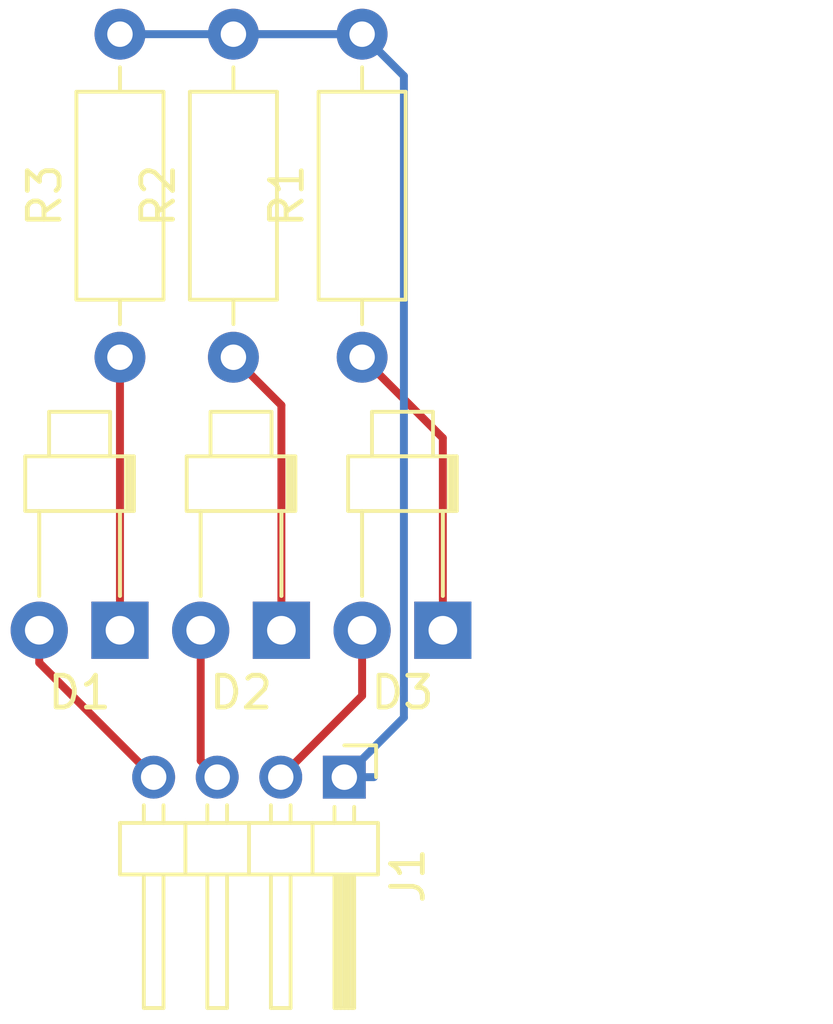
<source format=kicad_pcb>
(kicad_pcb (version 20221018) (generator pcbnew)
  (layers (0 "F.Cu" signal) (31 "B.Cu" signal) (34 "B.Paste" user) (35 "F.Paste" user) (36 "B.SilkS" user "B.Silkscreen") (37 "F.SilkS" user "F.Silkscreen") (38 "B.Mask" user) (39 "F.Mask" user) (44 "Edge.Cuts" user))
  (net 0 "")
  (net 1 "Net-(D1-K)")
  (net 2 "Net-(D1-A)")
  (net 3 "Net-(D2-K)")
  (net 4 "Net-(D2-A)")
  (net 5 "Net-(D3-K)")
  (net 6 "Net-(D3-A)")
  (net 7 "Net-(J1-Pin_1)")
  (footprint "Resistor_THT:R_Axial_DIN0207_L6.3mm_D2.5mm_P10.16mm_Horizontal" (layer "F.Cu") (at 73.66 77.775 90)
    (fp_text reference "R3" (at 5.08 -2.37 90) (layer "F.SilkS"))
    (fp_text value "R")
    (fp_line (start 1.04 0) (end 1.81 0) (stroke (width 0.12)) (layer "F.SilkS"))
    (fp_line (start 1.81 -1.37) (end 1.81 1.37) (stroke (width 0.12)) (layer "F.SilkS"))
    (fp_line (start 1.81 1.37) (end 8.35 1.37) (stroke (width 0.12)) (layer "F.SilkS"))
    (fp_line (start 8.35 -1.37) (end 1.81 -1.37) (stroke (width 0.12)) (layer "F.SilkS"))
    (fp_line (start 8.35 1.37) (end 8.35 -1.37) (stroke (width 0.12)) (layer "F.SilkS"))
    (fp_line (start 9.12 0) (end 8.35 0) (stroke (width 0.12)) (layer "F.SilkS"))
    (pad "1" thru_hole circle (at 0 0 90) (size 1.6 1.6) (drill 0.8) (layers "*.Cu" "*.Mask") (net 1 "Net-(D1-K)"))
    (pad "2" thru_hole oval (at 10.16 0 90) (size 1.6 1.6) (drill 0.8) (layers "*.Cu" "*.Mask") (net 7 "Net-(J1-Pin_1)"))
  )
  (footprint "Connector_PinHeader_2.00mm:PinHeader_1x04_P2.00mm_Horizontal" (layer "F.Cu") (at 80.72 90.98 -90)
    (fp_text reference "J1" (at 3.1 -2 90) (layer "F.SilkS"))
    (fp_text value "Conn_01x04")
    (fp_line (start -1 -1) (end 0 -1) (stroke (width 0.12)) (layer "F.SilkS"))
    (fp_line (start -1 0) (end -1 -1) (stroke (width 0.12)) (layer "F.SilkS"))
    (fp_line (start 0.882114 1.69) (end 1.44 1.69) (stroke (width 0.12)) (layer "F.SilkS"))
    (fp_line (start 0.882114 2.31) (end 1.44 2.31) (stroke (width 0.12)) (layer "F.SilkS"))
    (fp_line (start 0.882114 3.69) (end 1.44 3.69) (stroke (width 0.12)) (layer "F.SilkS"))
    (fp_line (start 0.882114 4.31) (end 1.44 4.31) (stroke (width 0.12)) (layer "F.SilkS"))
    (fp_line (start 0.882114 5.69) (end 1.44 5.69) (stroke (width 0.12)) (layer "F.SilkS"))
    (fp_line (start 0.882114 6.31) (end 1.44 6.31) (stroke (width 0.12)) (layer "F.SilkS"))
    (fp_line (start 0.935 -0.31) (end 1.44 -0.31) (stroke (width 0.12)) (layer "F.SilkS"))
    (fp_line (start 0.935 0.31) (end 1.44 0.31) (stroke (width 0.12)) (layer "F.SilkS"))
    (fp_line (start 1.44 -1.06) (end 1.44 7.06) (stroke (width 0.12)) (layer "F.SilkS"))
    (fp_line (start 1.44 1) (end 3.06 1) (stroke (width 0.12)) (layer "F.SilkS"))
    (fp_line (start 1.44 3) (end 3.06 3) (stroke (width 0.12)) (layer "F.SilkS"))
    (fp_line (start 1.44 5) (end 3.06 5) (stroke (width 0.12)) (layer "F.SilkS"))
    (fp_line (start 1.44 7.06) (end 3.06 7.06) (stroke (width 0.12)) (layer "F.SilkS"))
    (fp_line (start 3.06 -1.06) (end 1.44 -1.06) (stroke (width 0.12)) (layer "F.SilkS"))
    (fp_line (start 3.06 -0.31) (end 7.26 -0.31) (stroke (width 0.12)) (layer "F.SilkS"))
    (fp_line (start 3.06 -0.25) (end 7.26 -0.25) (stroke (width 0.12)) (layer "F.SilkS"))
    (fp_line (start 3.06 -0.13) (end 7.26 -0.13) (stroke (width 0.12)) (layer "F.SilkS"))
    (fp_line (start 3.06 -0.01) (end 7.26 -0.01) (stroke (width 0.12)) (layer "F.SilkS"))
    (fp_line (start 3.06 0.11) (end 7.26 0.11) (stroke (width 0.12)) (layer "F.SilkS"))
    (fp_line (start 3.06 0.23) (end 7.26 0.23) (stroke (width 0.12)) (layer "F.SilkS"))
    (fp_line (start 3.06 1.69) (end 7.26 1.69) (stroke (width 0.12)) (layer "F.SilkS"))
    (fp_line (start 3.06 3.69) (end 7.26 3.69) (stroke (width 0.12)) (layer "F.SilkS"))
    (fp_line (start 3.06 5.69) (end 7.26 5.69) (stroke (width 0.12)) (layer "F.SilkS"))
    (fp_line (start 3.06 7.06) (end 3.06 -1.06) (stroke (width 0.12)) (layer "F.SilkS"))
    (fp_line (start 7.26 -0.31) (end 7.26 0.31) (stroke (width 0.12)) (layer "F.SilkS"))
    (fp_line (start 7.26 0.31) (end 3.06 0.31) (stroke (width 0.12)) (layer "F.SilkS"))
    (fp_line (start 7.26 1.69) (end 7.26 2.31) (stroke (width 0.12)) (layer "F.SilkS"))
    (fp_line (start 7.26 2.31) (end 3.06 2.31) (stroke (width 0.12)) (layer "F.SilkS"))
    (fp_line (start 7.26 3.69) (end 7.26 4.31) (stroke (width 0.12)) (layer "F.SilkS"))
    (fp_line (start 7.26 4.31) (end 3.06 4.31) (stroke (width 0.12)) (layer "F.SilkS"))
    (fp_line (start 7.26 5.69) (end 7.26 6.31) (stroke (width 0.12)) (layer "F.SilkS"))
    (fp_line (start 7.26 6.31) (end 3.06 6.31) (stroke (width 0.12)) (layer "F.SilkS"))
    (pad "1" thru_hole rect (at 0 0 270) (size 1.35 1.35) (drill 0.8) (layers "*.Cu" "*.Mask") (net 7 "Net-(J1-Pin_1)"))
    (pad "2" thru_hole oval (at 0 2 270) (size 1.35 1.35) (drill 0.8) (layers "*.Cu" "*.Mask") (net 6 "Net-(D3-A)"))
    (pad "3" thru_hole oval (at 0 4 270) (size 1.35 1.35) (drill 0.8) (layers "*.Cu" "*.Mask") (net 4 "Net-(D2-A)"))
    (pad "4" thru_hole oval (at 0 6 270) (size 1.35 1.35) (drill 0.8) (layers "*.Cu" "*.Mask") (net 2 "Net-(D1-A)"))
  )
  (footprint "LED_THT:LED_D1.8mm_W1.8mm_H2.4mm_Horizontal_O3.81mm_Z1.6mm" (layer "F.Cu") (at 78.74 86.36 180)
    (fp_text reference "D2" (at 1.27 -1.96) (layer "F.SilkS"))
    (fp_text value "LED")
    (fp_line (start -0.44 3.75) (end -0.44 5.47) (stroke (width 0.12)) (layer "F.SilkS"))
    (fp_line (start -0.44 5.47) (end 2.98 5.47) (stroke (width 0.12)) (layer "F.SilkS"))
    (fp_line (start -0.32 3.75) (end -0.32 5.47) (stroke (width 0.12)) (layer "F.SilkS"))
    (fp_line (start -0.2 3.75) (end -0.2 5.47) (stroke (width 0.12)) (layer "F.SilkS"))
    (fp_line (start 0 1.08) (end 0 1.08) (stroke (width 0.12)) (layer "F.SilkS"))
    (fp_line (start 0 1.08) (end 0 3.75) (stroke (width 0.12)) (layer "F.SilkS"))
    (fp_line (start 0 3.75) (end 0 1.08) (stroke (width 0.12)) (layer "F.SilkS"))
    (fp_line (start 0 3.75) (end 0 3.75) (stroke (width 0.12)) (layer "F.SilkS"))
    (fp_line (start 0.31 5.47) (end 0.31 6.87) (stroke (width 0.12)) (layer "F.SilkS"))
    (fp_line (start 0.31 6.87) (end 2.23 6.87) (stroke (width 0.12)) (layer "F.SilkS"))
    (fp_line (start 2.23 5.47) (end 0.31 5.47) (stroke (width 0.12)) (layer "F.SilkS"))
    (fp_line (start 2.23 6.87) (end 2.23 5.47) (stroke (width 0.12)) (layer "F.SilkS"))
    (fp_line (start 2.54 1.08) (end 2.54 1.08) (stroke (width 0.12)) (layer "F.SilkS"))
    (fp_line (start 2.54 1.08) (end 2.54 3.75) (stroke (width 0.12)) (layer "F.SilkS"))
    (fp_line (start 2.54 3.75) (end 2.54 1.08) (stroke (width 0.12)) (layer "F.SilkS"))
    (fp_line (start 2.54 3.75) (end 2.54 3.75) (stroke (width 0.12)) (layer "F.SilkS"))
    (fp_line (start 2.98 3.75) (end -0.44 3.75) (stroke (width 0.12)) (layer "F.SilkS"))
    (fp_line (start 2.98 5.47) (end 2.98 3.75) (stroke (width 0.12)) (layer "F.SilkS"))
    (pad "1" thru_hole rect (at 0 0 180) (size 1.8 1.8) (drill 0.9) (layers "*.Cu" "*.Mask") (net 3 "Net-(D2-K)"))
    (pad "2" thru_hole circle (at 2.54 0 180) (size 1.8 1.8) (drill 0.9) (layers "*.Cu" "*.Mask") (net 4 "Net-(D2-A)"))
  )
  (footprint "LED_THT:LED_D1.8mm_W1.8mm_H2.4mm_Horizontal_O3.81mm_Z1.6mm" (layer "F.Cu") (at 83.82 86.36 180)
    (fp_text reference "D3" (at 1.27 -1.96) (layer "F.SilkS"))
    (fp_text value "LED")
    (fp_line (start -0.44 3.75) (end -0.44 5.47) (stroke (width 0.12)) (layer "F.SilkS"))
    (fp_line (start -0.44 5.47) (end 2.98 5.47) (stroke (width 0.12)) (layer "F.SilkS"))
    (fp_line (start -0.32 3.75) (end -0.32 5.47) (stroke (width 0.12)) (layer "F.SilkS"))
    (fp_line (start -0.2 3.75) (end -0.2 5.47) (stroke (width 0.12)) (layer "F.SilkS"))
    (fp_line (start 0 1.08) (end 0 1.08) (stroke (width 0.12)) (layer "F.SilkS"))
    (fp_line (start 0 1.08) (end 0 3.75) (stroke (width 0.12)) (layer "F.SilkS"))
    (fp_line (start 0 3.75) (end 0 1.08) (stroke (width 0.12)) (layer "F.SilkS"))
    (fp_line (start 0 3.75) (end 0 3.75) (stroke (width 0.12)) (layer "F.SilkS"))
    (fp_line (start 0.31 5.47) (end 0.31 6.87) (stroke (width 0.12)) (layer "F.SilkS"))
    (fp_line (start 0.31 6.87) (end 2.23 6.87) (stroke (width 0.12)) (layer "F.SilkS"))
    (fp_line (start 2.23 5.47) (end 0.31 5.47) (stroke (width 0.12)) (layer "F.SilkS"))
    (fp_line (start 2.23 6.87) (end 2.23 5.47) (stroke (width 0.12)) (layer "F.SilkS"))
    (fp_line (start 2.54 1.08) (end 2.54 1.08) (stroke (width 0.12)) (layer "F.SilkS"))
    (fp_line (start 2.54 1.08) (end 2.54 3.75) (stroke (width 0.12)) (layer "F.SilkS"))
    (fp_line (start 2.54 3.75) (end 2.54 1.08) (stroke (width 0.12)) (layer "F.SilkS"))
    (fp_line (start 2.54 3.75) (end 2.54 3.75) (stroke (width 0.12)) (layer "F.SilkS"))
    (fp_line (start 2.98 3.75) (end -0.44 3.75) (stroke (width 0.12)) (layer "F.SilkS"))
    (fp_line (start 2.98 5.47) (end 2.98 3.75) (stroke (width 0.12)) (layer "F.SilkS"))
    (pad "1" thru_hole rect (at 0 0 180) (size 1.8 1.8) (drill 0.9) (layers "*.Cu" "*.Mask") (net 5 "Net-(D3-K)"))
    (pad "2" thru_hole circle (at 2.54 0 180) (size 1.8 1.8) (drill 0.9) (layers "*.Cu" "*.Mask") (net 6 "Net-(D3-A)"))
  )
  (footprint "Resistor_THT:R_Axial_DIN0207_L6.3mm_D2.5mm_P10.16mm_Horizontal" (layer "F.Cu") (at 77.23 77.775 90)
    (fp_text reference "R2" (at 5.08 -2.37 90) (layer "F.SilkS"))
    (fp_text value "R")
    (fp_line (start 1.04 0) (end 1.81 0) (stroke (width 0.12)) (layer "F.SilkS"))
    (fp_line (start 1.81 -1.37) (end 1.81 1.37) (stroke (width 0.12)) (layer "F.SilkS"))
    (fp_line (start 1.81 1.37) (end 8.35 1.37) (stroke (width 0.12)) (layer "F.SilkS"))
    (fp_line (start 8.35 -1.37) (end 1.81 -1.37) (stroke (width 0.12)) (layer "F.SilkS"))
    (fp_line (start 8.35 1.37) (end 8.35 -1.37) (stroke (width 0.12)) (layer "F.SilkS"))
    (fp_line (start 9.12 0) (end 8.35 0) (stroke (width 0.12)) (layer "F.SilkS"))
    (pad "1" thru_hole circle (at 0 0 90) (size 1.6 1.6) (drill 0.8) (layers "*.Cu" "*.Mask") (net 3 "Net-(D2-K)"))
    (pad "2" thru_hole oval (at 10.16 0 90) (size 1.6 1.6) (drill 0.8) (layers "*.Cu" "*.Mask") (net 7 "Net-(J1-Pin_1)"))
  )
  (footprint "LED_THT:LED_D1.8mm_W1.8mm_H2.4mm_Horizontal_O3.81mm_Z1.6mm" (layer "F.Cu") (at 73.66 86.36 180)
    (fp_text reference "D1" (at 1.27 -1.96) (layer "F.SilkS"))
    (fp_text value "LED")
    (fp_line (start -0.44 3.75) (end -0.44 5.47) (stroke (width 0.12)) (layer "F.SilkS"))
    (fp_line (start -0.44 5.47) (end 2.98 5.47) (stroke (width 0.12)) (layer "F.SilkS"))
    (fp_line (start -0.32 3.75) (end -0.32 5.47) (stroke (width 0.12)) (layer "F.SilkS"))
    (fp_line (start -0.2 3.75) (end -0.2 5.47) (stroke (width 0.12)) (layer "F.SilkS"))
    (fp_line (start 0 1.08) (end 0 1.08) (stroke (width 0.12)) (layer "F.SilkS"))
    (fp_line (start 0 1.08) (end 0 3.75) (stroke (width 0.12)) (layer "F.SilkS"))
    (fp_line (start 0 3.75) (end 0 1.08) (stroke (width 0.12)) (layer "F.SilkS"))
    (fp_line (start 0 3.75) (end 0 3.75) (stroke (width 0.12)) (layer "F.SilkS"))
    (fp_line (start 0.31 5.47) (end 0.31 6.87) (stroke (width 0.12)) (layer "F.SilkS"))
    (fp_line (start 0.31 6.87) (end 2.23 6.87) (stroke (width 0.12)) (layer "F.SilkS"))
    (fp_line (start 2.23 5.47) (end 0.31 5.47) (stroke (width 0.12)) (layer "F.SilkS"))
    (fp_line (start 2.23 6.87) (end 2.23 5.47) (stroke (width 0.12)) (layer "F.SilkS"))
    (fp_line (start 2.54 1.08) (end 2.54 1.08) (stroke (width 0.12)) (layer "F.SilkS"))
    (fp_line (start 2.54 1.08) (end 2.54 3.75) (stroke (width 0.12)) (layer "F.SilkS"))
    (fp_line (start 2.54 3.75) (end 2.54 1.08) (stroke (width 0.12)) (layer "F.SilkS"))
    (fp_line (start 2.54 3.75) (end 2.54 3.75) (stroke (width 0.12)) (layer "F.SilkS"))
    (fp_line (start 2.98 3.75) (end -0.44 3.75) (stroke (width 0.12)) (layer "F.SilkS"))
    (fp_line (start 2.98 5.47) (end 2.98 3.75) (stroke (width 0.12)) (layer "F.SilkS"))
    (pad "1" thru_hole rect (at 0 0 180) (size 1.8 1.8) (drill 0.9) (layers "*.Cu" "*.Mask") (net 1 "Net-(D1-K)"))
    (pad "2" thru_hole circle (at 2.54 0 180) (size 1.8 1.8) (drill 0.9) (layers "*.Cu" "*.Mask") (net 2 "Net-(D1-A)"))
  )
  (footprint "Resistor_THT:R_Axial_DIN0207_L6.3mm_D2.5mm_P10.16mm_Horizontal" (layer "F.Cu") (at 81.28 77.775 90)
    (fp_text reference "R1" (at 5.08 -2.37 90) (layer "F.SilkS"))
    (fp_text value "R")
    (fp_line (start 1.04 0) (end 1.81 0) (stroke (width 0.12)) (layer "F.SilkS"))
    (fp_line (start 1.81 -1.37) (end 1.81 1.37) (stroke (width 0.12)) (layer "F.SilkS"))
    (fp_line (start 1.81 1.37) (end 8.35 1.37) (stroke (width 0.12)) (layer "F.SilkS"))
    (fp_line (start 8.35 -1.37) (end 1.81 -1.37) (stroke (width 0.12)) (layer "F.SilkS"))
    (fp_line (start 8.35 1.37) (end 8.35 -1.37) (stroke (width 0.12)) (layer "F.SilkS"))
    (fp_line (start 9.12 0) (end 8.35 0) (stroke (width 0.12)) (layer "F.SilkS"))
    (pad "1" thru_hole circle (at 0 0 90) (size 1.6 1.6) (drill 0.8) (layers "*.Cu" "*.Mask") (net 5 "Net-(D3-K)"))
    (pad "2" thru_hole oval (at 10.16 0 90) (size 1.6 1.6) (drill 0.8) (layers "*.Cu" "*.Mask") (net 7 "Net-(J1-Pin_1)"))
  )
  (segment (start 73.66 86.36) (end 73.66 77.775) (width 0.25) (layer "F.Cu") (net 1))
  (segment (start 74.72 90.98) (end 71.12 87.38) (width 0.25) (layer "F.Cu") (net 2))
  (segment (start 71.12 87.38) (end 71.12 86.36) (width 0.25) (layer "F.Cu") (net 2))
  (segment (start 78.74 79.285) (end 77.23 77.775) (width 0.25) (layer "F.Cu") (net 3))
  (segment (start 78.74 86.36) (end 78.74 79.285) (width 0.25) (layer "F.Cu") (net 3))
  (segment (start 76.2 86.36) (end 76.2 90.46) (width 0.25) (layer "F.Cu") (net 4))
  (segment (start 76.2 90.46) (end 76.72 90.98) (width 0.25) (layer "F.Cu") (net 4))
  (segment (start 83.82 86.36) (end 83.82 80.315) (width 0.25) (layer "F.Cu") (net 5))
  (segment (start 83.82 80.315) (end 81.28 77.775) (width 0.25) (layer "F.Cu") (net 5))
  (segment (start 81.28 88.42) (end 81.28 86.36) (width 0.25) (layer "F.Cu") (net 6))
  (segment (start 78.72 90.98) (end 81.28 88.42) (width 0.25) (layer "F.Cu") (net 6))
  (segment (start 80.72 90.98) (end 81.65 90.98) (width 0.25) (layer "B.Cu") (net 7))
  (segment (start 80.72 90.98) (end 82.595 89.105) (width 0.25) (layer "B.Cu") (net 7))
  (segment (start 77.23 67.615) (end 81.28 67.615) (width 0.25) (layer "B.Cu") (net 7))
  (segment (start 82.595 89.105) (end 82.595 68.93) (width 0.25) (layer "B.Cu") (net 7))
  (segment (start 82.595 68.93) (end 81.28 67.615) (width 0.25) (layer "B.Cu") (net 7))
  (segment (start 73.66 67.615) (end 81.28 67.615) (width 0.25) (layer "B.Cu") (net 7))
)
</source>
